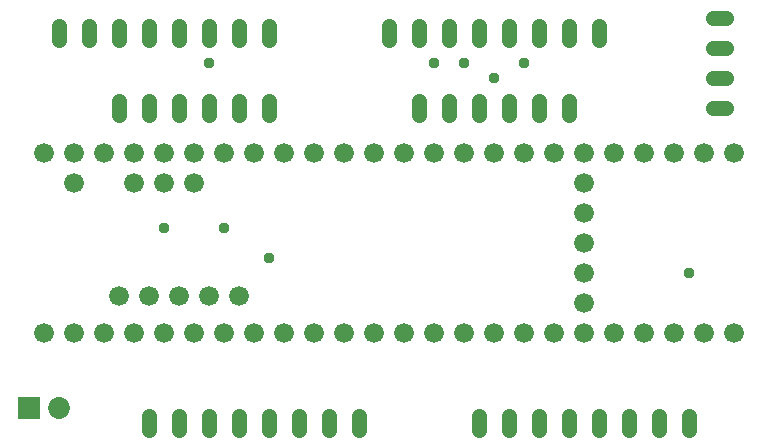
<source format=gbr>
G04 EAGLE Gerber RS-274X export*
G75*
%MOMM*%
%FSLAX34Y34*%
%LPD*%
%INSoldermask Top*%
%IPPOS*%
%AMOC8*
5,1,8,0,0,1.08239X$1,22.5*%
G01*
%ADD10C,1.676400*%
%ADD11R,1.853200X1.853200*%
%ADD12C,1.853200*%
%ADD13C,1.311200*%
%ADD14C,0.959600*%


D10*
X88900Y114300D03*
X114300Y114300D03*
X139700Y114300D03*
X165100Y114300D03*
X190500Y114300D03*
X215900Y114300D03*
X241300Y114300D03*
X266700Y114300D03*
X292100Y114300D03*
X317500Y114300D03*
X342900Y114300D03*
X368300Y114300D03*
X368300Y266700D03*
X342900Y266700D03*
X317500Y266700D03*
X292100Y266700D03*
X266700Y266700D03*
X241300Y266700D03*
X215900Y266700D03*
X190500Y266700D03*
X165100Y266700D03*
X139700Y266700D03*
X114300Y266700D03*
X63500Y114300D03*
X88900Y266700D03*
X63500Y266700D03*
X38100Y114300D03*
X38100Y266700D03*
X393700Y114300D03*
X393700Y266700D03*
X419100Y114300D03*
X444500Y114300D03*
X469900Y114300D03*
X495300Y114300D03*
X520700Y114300D03*
X546100Y114300D03*
X571500Y114300D03*
X596900Y114300D03*
X622300Y114300D03*
X622300Y266700D03*
X596900Y266700D03*
X571500Y266700D03*
X546100Y266700D03*
X520700Y266700D03*
X495300Y266700D03*
X469900Y266700D03*
X444500Y266700D03*
X419100Y266700D03*
X495300Y139700D03*
X495300Y190500D03*
X495300Y215900D03*
X495300Y165100D03*
X495300Y241300D03*
X63500Y241300D03*
X114300Y241300D03*
X139700Y241300D03*
X165100Y241300D03*
X101600Y146050D03*
X127000Y146050D03*
X152400Y146050D03*
X177800Y146050D03*
X203200Y146050D03*
D11*
X25400Y50800D03*
D12*
X50800Y50800D03*
D13*
X304800Y43640D02*
X304800Y32560D01*
X279400Y32560D02*
X279400Y43640D01*
X254000Y43640D02*
X254000Y32560D01*
X228600Y32560D02*
X228600Y43640D01*
X203200Y43640D02*
X203200Y32560D01*
X177800Y32560D02*
X177800Y43640D01*
X152400Y43640D02*
X152400Y32560D01*
X127000Y32560D02*
X127000Y43640D01*
X584200Y43640D02*
X584200Y32560D01*
X558800Y32560D02*
X558800Y43640D01*
X533400Y43640D02*
X533400Y32560D01*
X508000Y32560D02*
X508000Y43640D01*
X482600Y43640D02*
X482600Y32560D01*
X457200Y32560D02*
X457200Y43640D01*
X431800Y43640D02*
X431800Y32560D01*
X406400Y32560D02*
X406400Y43640D01*
X50800Y362760D02*
X50800Y373840D01*
X76200Y373840D02*
X76200Y362760D01*
X101600Y362760D02*
X101600Y373840D01*
X127000Y373840D02*
X127000Y362760D01*
X152400Y362760D02*
X152400Y373840D01*
X177800Y373840D02*
X177800Y362760D01*
X203200Y362760D02*
X203200Y373840D01*
X228600Y373840D02*
X228600Y362760D01*
X330200Y362760D02*
X330200Y373840D01*
X355600Y373840D02*
X355600Y362760D01*
X381000Y362760D02*
X381000Y373840D01*
X406400Y373840D02*
X406400Y362760D01*
X431800Y362760D02*
X431800Y373840D01*
X457200Y373840D02*
X457200Y362760D01*
X482600Y362760D02*
X482600Y373840D01*
X508000Y373840D02*
X508000Y362760D01*
X228600Y310340D02*
X228600Y299260D01*
X203200Y299260D02*
X203200Y310340D01*
X177800Y310340D02*
X177800Y299260D01*
X152400Y299260D02*
X152400Y310340D01*
X127000Y310340D02*
X127000Y299260D01*
X101600Y299260D02*
X101600Y310340D01*
X482600Y310340D02*
X482600Y299260D01*
X457200Y299260D02*
X457200Y310340D01*
X431800Y310340D02*
X431800Y299260D01*
X406400Y299260D02*
X406400Y310340D01*
X381000Y310340D02*
X381000Y299260D01*
X355600Y299260D02*
X355600Y310340D01*
X604060Y304800D02*
X615140Y304800D01*
X615140Y330200D02*
X604060Y330200D01*
X604060Y355600D02*
X615140Y355600D01*
X615140Y381000D02*
X604060Y381000D01*
D14*
X228600Y177800D03*
X584200Y165100D03*
X139700Y203200D03*
X190500Y203200D03*
X419100Y330200D03*
X393700Y342900D03*
X444500Y342900D03*
X368300Y342900D03*
X177800Y342900D03*
M02*

</source>
